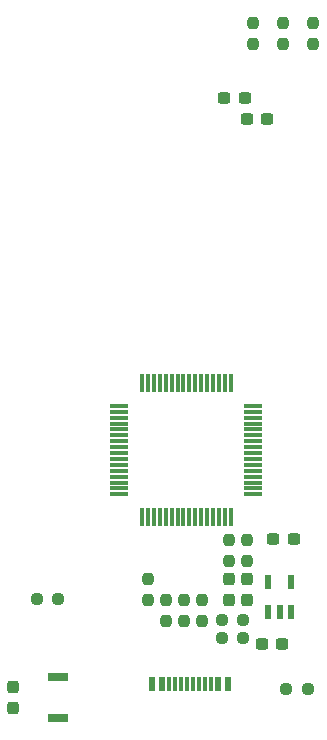
<source format=gbr>
%TF.GenerationSoftware,KiCad,Pcbnew,7.0.7*%
%TF.CreationDate,2023-10-15T12:26:55+09:00*%
%TF.ProjectId,STM32F103_dev_board,53544d33-3246-4313-9033-5f6465765f62,1.1.2*%
%TF.SameCoordinates,Original*%
%TF.FileFunction,Paste,Top*%
%TF.FilePolarity,Positive*%
%FSLAX46Y46*%
G04 Gerber Fmt 4.6, Leading zero omitted, Abs format (unit mm)*
G04 Created by KiCad (PCBNEW 7.0.7) date 2023-10-15 12:26:55*
%MOMM*%
%LPD*%
G01*
G04 APERTURE LIST*
G04 Aperture macros list*
%AMRoundRect*
0 Rectangle with rounded corners*
0 $1 Rounding radius*
0 $2 $3 $4 $5 $6 $7 $8 $9 X,Y pos of 4 corners*
0 Add a 4 corners polygon primitive as box body*
4,1,4,$2,$3,$4,$5,$6,$7,$8,$9,$2,$3,0*
0 Add four circle primitives for the rounded corners*
1,1,$1+$1,$2,$3*
1,1,$1+$1,$4,$5*
1,1,$1+$1,$6,$7*
1,1,$1+$1,$8,$9*
0 Add four rect primitives between the rounded corners*
20,1,$1+$1,$2,$3,$4,$5,0*
20,1,$1+$1,$4,$5,$6,$7,0*
20,1,$1+$1,$6,$7,$8,$9,0*
20,1,$1+$1,$8,$9,$2,$3,0*%
G04 Aperture macros list end*
%ADD10R,0.600000X1.200000*%
%ADD11RoundRect,0.237500X0.300000X0.237500X-0.300000X0.237500X-0.300000X-0.237500X0.300000X-0.237500X0*%
%ADD12RoundRect,0.237500X-0.237500X0.250000X-0.237500X-0.250000X0.237500X-0.250000X0.237500X0.250000X0*%
%ADD13R,1.700000X0.800000*%
%ADD14RoundRect,0.237500X0.237500X-0.250000X0.237500X0.250000X-0.237500X0.250000X-0.237500X-0.250000X0*%
%ADD15RoundRect,0.237500X-0.237500X0.287500X-0.237500X-0.287500X0.237500X-0.287500X0.237500X0.287500X0*%
%ADD16RoundRect,0.237500X0.237500X-0.300000X0.237500X0.300000X-0.237500X0.300000X-0.237500X-0.300000X0*%
%ADD17R,0.600000X1.250000*%
%ADD18R,0.300000X1.250000*%
%ADD19RoundRect,0.237500X-0.250000X-0.237500X0.250000X-0.237500X0.250000X0.237500X-0.250000X0.237500X0*%
%ADD20RoundRect,0.237500X0.250000X0.237500X-0.250000X0.237500X-0.250000X-0.237500X0.250000X-0.237500X0*%
%ADD21RoundRect,0.075000X-0.700000X-0.075000X0.700000X-0.075000X0.700000X0.075000X-0.700000X0.075000X0*%
%ADD22RoundRect,0.075000X-0.075000X-0.700000X0.075000X-0.700000X0.075000X0.700000X-0.075000X0.700000X0*%
G04 APERTURE END LIST*
D10*
%TO.C,IC1*%
X152405000Y-127341000D03*
X153355000Y-127341000D03*
X154305000Y-127341000D03*
X154305000Y-124841000D03*
X152405000Y-124841000D03*
%TD*%
D11*
%TO.C,C4*%
X153582500Y-130120000D03*
X151857500Y-130120000D03*
%TD*%
D12*
%TO.C,R6*%
X150622000Y-121261500D03*
X150622000Y-123086500D03*
%TD*%
D13*
%TO.C,S1*%
X134620000Y-132920000D03*
X134620000Y-136320000D03*
%TD*%
D14*
%TO.C,R13*%
X143764000Y-128166500D03*
X143764000Y-126341500D03*
%TD*%
D11*
%TO.C,C3*%
X152312500Y-85670000D03*
X150587500Y-85670000D03*
%TD*%
D12*
%TO.C,R12*%
X149098000Y-121261500D03*
X149098000Y-123086500D03*
%TD*%
D15*
%TO.C,D1*%
X150622000Y-124601000D03*
X150622000Y-126351000D03*
%TD*%
D12*
%TO.C,R5*%
X142240000Y-124563500D03*
X142240000Y-126388500D03*
%TD*%
D16*
%TO.C,C10*%
X130810000Y-135482500D03*
X130810000Y-133757500D03*
%TD*%
D17*
%TO.C,J6*%
X142558000Y-133482000D03*
X143358000Y-133482000D03*
D18*
X144508000Y-133482000D03*
X145508000Y-133482000D03*
X146008000Y-133482000D03*
X147008000Y-133482000D03*
D17*
X148158000Y-133482000D03*
X148958000Y-133482000D03*
D18*
X147508000Y-133482000D03*
X146508000Y-133482000D03*
X145008000Y-133482000D03*
X144008000Y-133482000D03*
%TD*%
D19*
%TO.C,R14*%
X153900500Y-133858000D03*
X155725500Y-133858000D03*
%TD*%
D20*
%TO.C,R1*%
X150264500Y-129540000D03*
X148439500Y-129540000D03*
%TD*%
D15*
%TO.C,D2*%
X149098000Y-124601000D03*
X149098000Y-126351000D03*
%TD*%
D20*
%TO.C,R4*%
X134607500Y-126310000D03*
X132782500Y-126310000D03*
%TD*%
D21*
%TO.C,U1*%
X139780000Y-109920000D03*
X139780000Y-110420000D03*
X139780000Y-110920000D03*
X139780000Y-111420000D03*
X139780000Y-111920000D03*
X139780000Y-112420000D03*
X139780000Y-112920000D03*
X139780000Y-113420000D03*
X139780000Y-113920000D03*
X139780000Y-114420000D03*
X139780000Y-114920000D03*
X139780000Y-115420000D03*
X139780000Y-115920000D03*
X139780000Y-116420000D03*
X139780000Y-116920000D03*
X139780000Y-117420000D03*
D22*
X141705000Y-119345000D03*
X142205000Y-119345000D03*
X142705000Y-119345000D03*
X143205000Y-119345000D03*
X143705000Y-119345000D03*
X144205000Y-119345000D03*
X144705000Y-119345000D03*
X145205000Y-119345000D03*
X145705000Y-119345000D03*
X146205000Y-119345000D03*
X146705000Y-119345000D03*
X147205000Y-119345000D03*
X147705000Y-119345000D03*
X148205000Y-119345000D03*
X148705000Y-119345000D03*
X149205000Y-119345000D03*
D21*
X151130000Y-117420000D03*
X151130000Y-116920000D03*
X151130000Y-116420000D03*
X151130000Y-115920000D03*
X151130000Y-115420000D03*
X151130000Y-114920000D03*
X151130000Y-114420000D03*
X151130000Y-113920000D03*
X151130000Y-113420000D03*
X151130000Y-112920000D03*
X151130000Y-112420000D03*
X151130000Y-111920000D03*
X151130000Y-111420000D03*
X151130000Y-110920000D03*
X151130000Y-110420000D03*
X151130000Y-109920000D03*
D22*
X149205000Y-107995000D03*
X148705000Y-107995000D03*
X148205000Y-107995000D03*
X147705000Y-107995000D03*
X147205000Y-107995000D03*
X146705000Y-107995000D03*
X146205000Y-107995000D03*
X145705000Y-107995000D03*
X145205000Y-107995000D03*
X144705000Y-107995000D03*
X144205000Y-107995000D03*
X143705000Y-107995000D03*
X143205000Y-107995000D03*
X142705000Y-107995000D03*
X142205000Y-107995000D03*
X141705000Y-107995000D03*
%TD*%
D14*
%TO.C,R7*%
X146812000Y-128166500D03*
X146812000Y-126341500D03*
%TD*%
D11*
%TO.C,C6*%
X154532500Y-121230000D03*
X152807500Y-121230000D03*
%TD*%
%TO.C,C2*%
X150402500Y-83820000D03*
X148677500Y-83820000D03*
%TD*%
D12*
%TO.C,R10*%
X151130000Y-77482500D03*
X151130000Y-79307500D03*
%TD*%
%TO.C,R9*%
X156210000Y-77482500D03*
X156210000Y-79307500D03*
%TD*%
%TO.C,R11*%
X153670000Y-77482500D03*
X153670000Y-79307500D03*
%TD*%
D14*
%TO.C,R3*%
X145288000Y-128166500D03*
X145288000Y-126341500D03*
%TD*%
D20*
%TO.C,R2*%
X150264500Y-128016000D03*
X148439500Y-128016000D03*
%TD*%
M02*

</source>
